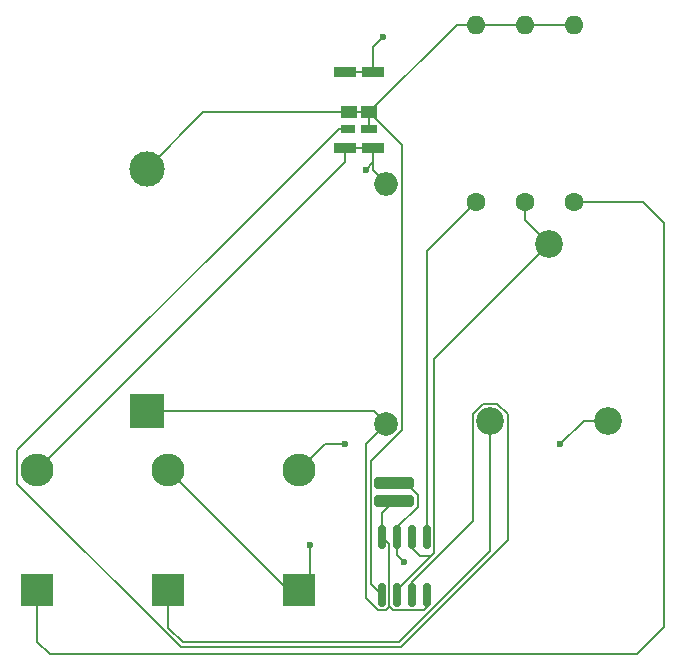
<source format=gbr>
%TF.GenerationSoftware,KiCad,Pcbnew,9.0.0*%
%TF.CreationDate,2025-03-24T09:19:30+05:30*%
%TF.ProjectId,boost_converter,626f6f73-745f-4636-9f6e-766572746572,rev?*%
%TF.SameCoordinates,Original*%
%TF.FileFunction,Copper,L1,Top*%
%TF.FilePolarity,Positive*%
%FSLAX46Y46*%
G04 Gerber Fmt 4.6, Leading zero omitted, Abs format (unit mm)*
G04 Created by KiCad (PCBNEW 9.0.0) date 2025-03-24 09:19:30*
%MOMM*%
%LPD*%
G01*
G04 APERTURE LIST*
G04 Aperture macros list*
%AMRoundRect*
0 Rectangle with rounded corners*
0 $1 Rounding radius*
0 $2 $3 $4 $5 $6 $7 $8 $9 X,Y pos of 4 corners*
0 Add a 4 corners polygon primitive as box body*
4,1,4,$2,$3,$4,$5,$6,$7,$8,$9,$2,$3,0*
0 Add four circle primitives for the rounded corners*
1,1,$1+$1,$2,$3*
1,1,$1+$1,$4,$5*
1,1,$1+$1,$6,$7*
1,1,$1+$1,$8,$9*
0 Add four rect primitives between the rounded corners*
20,1,$1+$1,$2,$3,$4,$5,0*
20,1,$1+$1,$4,$5,$6,$7,0*
20,1,$1+$1,$6,$7,$8,$9,0*
20,1,$1+$1,$8,$9,$2,$3,0*%
G04 Aperture macros list end*
%TA.AperFunction,SMDPad,CuDef*%
%ADD10RoundRect,0.250000X1.450000X-0.250000X1.450000X0.250000X-1.450000X0.250000X-1.450000X-0.250000X0*%
%TD*%
%TA.AperFunction,ComponentPad*%
%ADD11C,1.600000*%
%TD*%
%TA.AperFunction,ComponentPad*%
%ADD12O,1.600000X1.600000*%
%TD*%
%TA.AperFunction,SMDPad,CuDef*%
%ADD13R,1.850000X0.900000*%
%TD*%
%TA.AperFunction,SMDPad,CuDef*%
%ADD14R,1.150000X0.650000*%
%TD*%
%TA.AperFunction,SMDPad,CuDef*%
%ADD15R,1.350000X0.650000*%
%TD*%
%TA.AperFunction,SMDPad,CuDef*%
%ADD16R,1.350000X1.000000*%
%TD*%
%TA.AperFunction,ComponentPad*%
%ADD17C,2.000000*%
%TD*%
%TA.AperFunction,ComponentPad*%
%ADD18O,2.000000X2.000000*%
%TD*%
%TA.AperFunction,ComponentPad*%
%ADD19R,2.800000X2.800000*%
%TD*%
%TA.AperFunction,ComponentPad*%
%ADD20O,2.800000X2.800000*%
%TD*%
%TA.AperFunction,ComponentPad*%
%ADD21R,3.000000X3.000000*%
%TD*%
%TA.AperFunction,ComponentPad*%
%ADD22C,3.000000*%
%TD*%
%TA.AperFunction,SMDPad,CuDef*%
%ADD23RoundRect,0.150000X0.150000X-0.825000X0.150000X0.825000X-0.150000X0.825000X-0.150000X-0.825000X0*%
%TD*%
%TA.AperFunction,ComponentPad*%
%ADD24C,2.340000*%
%TD*%
%TA.AperFunction,ViaPad*%
%ADD25C,0.600000*%
%TD*%
%TA.AperFunction,Conductor*%
%ADD26C,0.200000*%
%TD*%
G04 APERTURE END LIST*
D10*
%TO.P,R1,1*%
%TO.N,+3.3V*%
X150170000Y-108560000D03*
%TO.P,R1,2*%
%TO.N,/r1*%
X150170000Y-107060000D03*
%TD*%
D11*
%TO.P,C1,1*%
%TO.N,/cv*%
X157100000Y-83250000D03*
D12*
%TO.P,C1,2*%
%TO.N,GND*%
X157100000Y-68250000D03*
%TD*%
D13*
%TO.P,Q1,1,D*%
%TO.N,/diode3*%
X146025000Y-78680000D03*
X148375000Y-78680000D03*
X146025000Y-72280000D03*
X148375000Y-72280000D03*
D14*
%TO.P,Q1,2,G*%
%TO.N,/q*%
X146250000Y-77030000D03*
D15*
%TO.P,Q1,3,S*%
%TO.N,GND*%
X148050000Y-77030000D03*
D16*
X146350000Y-75655000D03*
X148050000Y-75655000D03*
%TD*%
D17*
%TO.P,L1,1,1*%
%TO.N,+3.3V*%
X149500000Y-102000000D03*
D18*
%TO.P,L1,2,2*%
%TO.N,/diode3*%
X149500000Y-81680000D03*
%TD*%
D11*
%TO.P,C2,1*%
%TO.N,/thr*%
X161250000Y-83250000D03*
D12*
%TO.P,C2,2*%
%TO.N,GND*%
X161250000Y-68250000D03*
%TD*%
D19*
%TO.P,D3,1,K*%
%TO.N,Net-(D3-K)*%
X131060000Y-116110000D03*
D20*
%TO.P,D3,2,A*%
%TO.N,/r1*%
X131060000Y-105950000D03*
%TD*%
D19*
%TO.P,D4,1,K*%
%TO.N,/r1*%
X142150000Y-116110000D03*
D20*
%TO.P,D4,2,A*%
%TO.N,Net-(D4-A)*%
X142150000Y-105950000D03*
%TD*%
D11*
%TO.P,C3,1*%
%TO.N,/diode3n*%
X165400000Y-83250000D03*
D12*
%TO.P,C3,2*%
%TO.N,GND*%
X165400000Y-68250000D03*
%TD*%
D21*
%TO.P,BT1,1,+*%
%TO.N,+3.3V*%
X129204580Y-100950000D03*
D22*
%TO.P,BT1,2,-*%
%TO.N,GND*%
X129204580Y-80460000D03*
%TD*%
D23*
%TO.P,U1,1,GND*%
%TO.N,GND*%
X149145000Y-116535000D03*
%TO.P,U1,2,TR*%
%TO.N,/thr*%
X150415000Y-116535000D03*
%TO.P,U1,3,Q*%
%TO.N,/q*%
X151685000Y-116535000D03*
%TO.P,U1,4,R*%
%TO.N,+3.3V*%
X152955000Y-116535000D03*
%TO.P,U1,5,CV*%
%TO.N,/cv*%
X152955000Y-111585000D03*
%TO.P,U1,6,THR*%
%TO.N,/thr*%
X151685000Y-111585000D03*
%TO.P,U1,7,DIS*%
%TO.N,/r1*%
X150415000Y-111585000D03*
%TO.P,U1,8,VCC*%
%TO.N,+3.3V*%
X149145000Y-111585000D03*
%TD*%
D19*
%TO.P,D1,1,K*%
%TO.N,/diode3n*%
X119970000Y-116110000D03*
D20*
%TO.P,D1,2,A*%
%TO.N,/diode3*%
X119970000Y-105950000D03*
%TD*%
D24*
%TO.P,RV1,1,1*%
%TO.N,Net-(D4-A)*%
X168300000Y-101800000D03*
%TO.P,RV1,2,2*%
%TO.N,/thr*%
X163300000Y-86800000D03*
%TO.P,RV1,3,3*%
%TO.N,Net-(D3-K)*%
X158300000Y-101800000D03*
%TD*%
D25*
%TO.N,/diode3*%
X149250000Y-69250000D03*
X147750000Y-80500000D03*
%TO.N,/r1*%
X143000000Y-112250000D03*
X151000000Y-113750000D03*
%TO.N,Net-(D4-A)*%
X146000000Y-103750000D03*
X164250000Y-103750000D03*
%TD*%
D26*
%TO.N,+3.3V*%
X149500000Y-102000000D02*
X147768000Y-103732000D01*
X149746000Y-112186000D02*
X149145000Y-111585000D01*
X152653999Y-117811000D02*
X150074032Y-117811000D01*
X149145000Y-109585000D02*
X150170000Y-108560000D01*
X147768000Y-103732000D02*
X147768000Y-116774968D01*
X149746000Y-117482968D02*
X149746000Y-112186000D01*
X152955000Y-116535000D02*
X152955000Y-117509999D01*
X152955000Y-117509999D02*
X152653999Y-117811000D01*
X147768000Y-116774968D02*
X148804032Y-117811000D01*
X129204580Y-100950000D02*
X148450000Y-100950000D01*
X148450000Y-100950000D02*
X149500000Y-102000000D01*
X150074032Y-117811000D02*
X149746000Y-117482968D01*
X149746000Y-117550968D02*
X149746000Y-112186000D01*
X148804032Y-117811000D02*
X149485968Y-117811000D01*
X149145000Y-111585000D02*
X149145000Y-109585000D01*
X149485968Y-117811000D02*
X149746000Y-117550968D01*
%TO.N,GND*%
X157100000Y-68250000D02*
X165400000Y-68250000D01*
X148169000Y-115559000D02*
X149145000Y-116535000D01*
X150801000Y-102538892D02*
X148169000Y-105170892D01*
X129204580Y-80460000D02*
X134009580Y-75655000D01*
X148050000Y-75655000D02*
X146350000Y-75655000D01*
X150801000Y-78406000D02*
X150801000Y-102538892D01*
X155455000Y-68250000D02*
X148050000Y-75655000D01*
X148169000Y-105170892D02*
X148169000Y-115559000D01*
X157100000Y-68250000D02*
X155455000Y-68250000D01*
X148050000Y-75655000D02*
X150801000Y-78406000D01*
X148050000Y-75655000D02*
X148050000Y-77030000D01*
X134009580Y-75655000D02*
X146350000Y-75655000D01*
%TO.N,/cv*%
X152955000Y-111585000D02*
X152955000Y-87395000D01*
X152955000Y-87395000D02*
X157100000Y-83250000D01*
%TO.N,/thr*%
X161250000Y-84750000D02*
X163300000Y-86800000D01*
X153250000Y-113250000D02*
X150415000Y-116085000D01*
X151685000Y-111585000D02*
X151685000Y-112559999D01*
X151685000Y-112559999D02*
X152375001Y-113250000D01*
X150415000Y-116085000D02*
X150415000Y-116535000D01*
X153556000Y-96544000D02*
X153556000Y-112944000D01*
X152375001Y-113250000D02*
X153250000Y-113250000D01*
X163300000Y-86800000D02*
X153556000Y-96544000D01*
X153556000Y-112944000D02*
X153250000Y-113250000D01*
X161250000Y-83250000D02*
X161250000Y-84750000D01*
%TO.N,/diode3n*%
X170750000Y-121500000D02*
X121000000Y-121500000D01*
X121000000Y-121500000D02*
X119970000Y-120470000D01*
X173000000Y-119250000D02*
X170750000Y-121500000D01*
X173000000Y-85000000D02*
X173000000Y-119250000D01*
X171250000Y-83250000D02*
X165400000Y-83250000D01*
X171250000Y-83250000D02*
X173000000Y-85000000D01*
X119970000Y-120470000D02*
X119970000Y-116110000D01*
%TO.N,/diode3*%
X119970000Y-105950000D02*
X146025000Y-79895000D01*
X146025000Y-72280000D02*
X148375000Y-72280000D01*
X148375000Y-80555000D02*
X149500000Y-81680000D01*
X148375000Y-72280000D02*
X148375000Y-70125000D01*
X146025000Y-78680000D02*
X148375000Y-78680000D01*
X148375000Y-70125000D02*
X149250000Y-69250000D01*
X148375000Y-79875000D02*
X148375000Y-78680000D01*
X147750000Y-80500000D02*
X148375000Y-79875000D01*
X148375000Y-78680000D02*
X148375000Y-80555000D01*
X146025000Y-79895000D02*
X146025000Y-78680000D01*
%TO.N,/r1*%
X152171000Y-108074840D02*
X152171000Y-109045160D01*
X150415000Y-113165000D02*
X150415000Y-111585000D01*
X142150000Y-116110000D02*
X143000000Y-115260000D01*
X150170000Y-107060000D02*
X151156160Y-107060000D01*
X151000000Y-113750000D02*
X150415000Y-113165000D01*
X131060000Y-105950000D02*
X141220000Y-116110000D01*
X151156160Y-107060000D02*
X152171000Y-108074840D01*
X143000000Y-115260000D02*
X143000000Y-112250000D01*
X152171000Y-109045160D02*
X150415000Y-110801160D01*
X141220000Y-116110000D02*
X142150000Y-116110000D01*
X150415000Y-110801160D02*
X150415000Y-111585000D01*
%TO.N,Net-(D3-K)*%
X131060000Y-116110000D02*
X131060000Y-119310000D01*
X150606968Y-120500000D02*
X158300000Y-112806968D01*
X131060000Y-119310000D02*
X132250000Y-120500000D01*
X158300000Y-112806968D02*
X158300000Y-101800000D01*
X132250000Y-120500000D02*
X150606968Y-120500000D01*
%TO.N,Net-(D4-A)*%
X164250000Y-103750000D02*
X166200000Y-101800000D01*
X142150000Y-105950000D02*
X144350000Y-103750000D01*
X144350000Y-103750000D02*
X146000000Y-103750000D01*
X166200000Y-101800000D02*
X168300000Y-101800000D01*
%TO.N,/q*%
X156829000Y-110238100D02*
X156829000Y-101190691D01*
X132083900Y-120901000D02*
X118269000Y-107086100D01*
X151685000Y-116535000D02*
X151685000Y-115382100D01*
X157690691Y-100329000D02*
X158909309Y-100329000D01*
X156829000Y-101190691D02*
X157690691Y-100329000D01*
X151685000Y-115382100D02*
X156829000Y-110238100D01*
X145475000Y-77030000D02*
X146250000Y-77030000D01*
X118269000Y-104236000D02*
X145475000Y-77030000D01*
X150773068Y-120901000D02*
X132083900Y-120901000D01*
X159771000Y-101190691D02*
X159771000Y-111903068D01*
X158909309Y-100329000D02*
X159771000Y-101190691D01*
X118269000Y-107086100D02*
X118269000Y-104236000D01*
X159771000Y-111903068D02*
X150773068Y-120901000D01*
%TD*%
M02*

</source>
